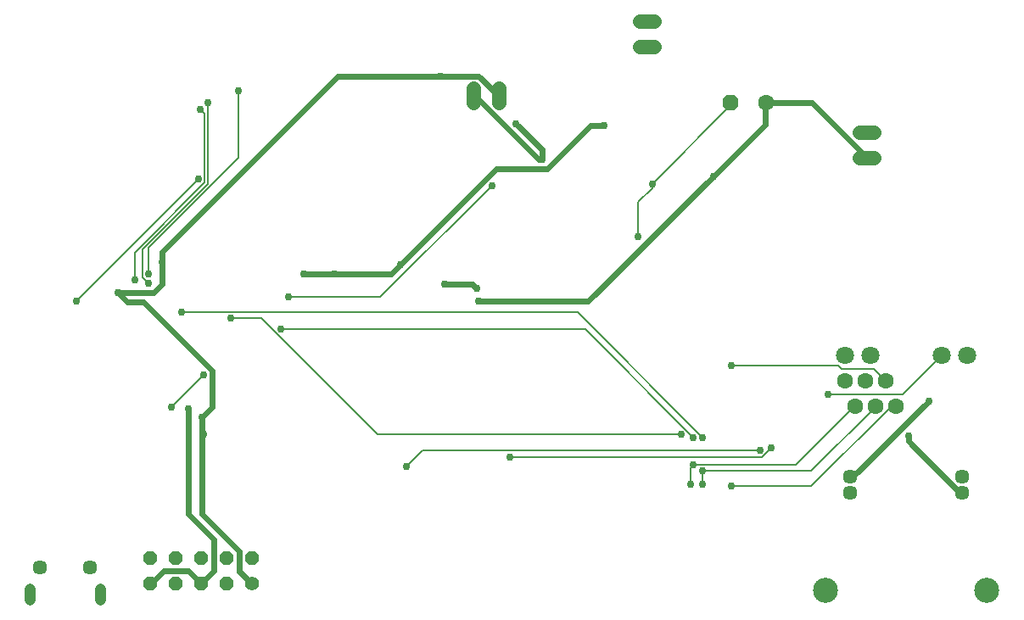
<source format=gbr>
G04 EAGLE Gerber RS-274X export*
G75*
%MOMM*%
%FSLAX34Y34*%
%LPD*%
%INBottom Copper*%
%IPPOS*%
%AMOC8*
5,1,8,0,0,1.08239X$1,22.5*%
G01*
%ADD10P,1.732040X8X202.500000*%
%ADD11C,1.600200*%
%ADD12C,1.422400*%
%ADD13C,1.422400*%
%ADD14P,1.539592X8X202.500000*%
%ADD15C,1.600000*%
%ADD16C,1.450000*%
%ADD17C,1.800000*%
%ADD18C,2.500000*%
%ADD19C,1.108000*%
%ADD20C,0.152400*%
%ADD21C,0.609600*%
%ADD22C,0.756400*%


D10*
X721360Y510540D03*
D11*
X756920Y510540D03*
D12*
X644652Y566420D02*
X630428Y566420D01*
X630428Y591820D02*
X644652Y591820D01*
D13*
X243840Y30480D03*
D14*
X243840Y55880D03*
X218440Y30480D03*
X218440Y55880D03*
X193040Y30480D03*
X193040Y55880D03*
X167640Y30480D03*
X167640Y55880D03*
X142240Y30480D03*
X142240Y55880D03*
D15*
X886370Y208260D03*
X866070Y208260D03*
X845770Y208260D03*
X876220Y233660D03*
X855920Y233660D03*
X835620Y233660D03*
D16*
X952520Y137160D03*
X840720Y137160D03*
X952520Y121760D03*
X840720Y121760D03*
D17*
X957520Y259060D03*
X932120Y259060D03*
X861020Y259060D03*
X835620Y259060D03*
D18*
X977270Y24160D03*
X815970Y24160D03*
D12*
X490220Y511048D02*
X490220Y525272D01*
X464820Y525272D02*
X464820Y511048D01*
X850138Y455676D02*
X864362Y455676D01*
X864362Y481076D02*
X850138Y481076D01*
D16*
X32150Y47320D03*
X82150Y47320D03*
D19*
X22150Y25860D02*
X22150Y14780D01*
X92150Y14780D02*
X92150Y25860D01*
D20*
X633984Y591312D02*
X637032Y591312D01*
X637540Y591820D01*
D21*
X532892Y454406D02*
X529590Y454406D01*
X465836Y518160D01*
D20*
X464820Y518160D01*
D21*
X180340Y43180D02*
X193040Y30480D01*
X180340Y43180D02*
X155956Y43180D01*
X143256Y30480D01*
D20*
X142240Y30480D01*
D22*
X532892Y454406D03*
X180594Y205232D03*
D21*
X205740Y43180D02*
X193040Y30480D01*
X205740Y43180D02*
X205740Y74930D01*
X180594Y100076D01*
X180594Y205232D01*
D22*
X507238Y489966D03*
D21*
X532892Y464312D01*
X532892Y454406D01*
X193548Y179832D02*
X193548Y100584D01*
X193548Y179832D02*
X193548Y196596D01*
X193548Y100584D02*
X231394Y62738D01*
X231394Y42926D01*
X243840Y30480D01*
X195072Y179832D02*
X193548Y179832D01*
X153924Y329692D02*
X153924Y352044D01*
X135636Y311658D02*
X203708Y243586D01*
X203708Y206756D01*
X193548Y196596D01*
X135636Y311658D02*
X119634Y311658D01*
X109728Y321564D01*
X489458Y518160D02*
X490220Y518160D01*
X489458Y518160D02*
X470154Y537464D01*
X431800Y537464D02*
X329438Y537464D01*
X431800Y537464D02*
X470154Y537464D01*
X329438Y537464D02*
X153924Y361950D01*
X153924Y352044D01*
D22*
X193548Y196596D03*
X195072Y179832D03*
X153924Y352044D03*
X109728Y321564D03*
D21*
X145796Y321564D02*
X153924Y329692D01*
X145796Y321564D02*
X109728Y321564D01*
D22*
X431800Y537464D03*
D21*
X756920Y510540D02*
X802386Y510540D01*
X857250Y455676D01*
X579374Y312674D02*
X469392Y312674D01*
X704088Y437388D02*
X755904Y489204D01*
X704088Y437388D02*
X579374Y312674D01*
X755904Y489204D02*
X755904Y510540D01*
X756920Y510540D01*
D22*
X469392Y312674D03*
X704088Y437388D03*
D21*
X919099Y212979D02*
X919226Y212852D01*
X919099Y212979D02*
X843280Y137160D01*
X840720Y137160D01*
D22*
X919226Y212852D03*
D21*
X898652Y178054D02*
X898652Y172720D01*
X949612Y121760D02*
X952520Y121760D01*
X949612Y121760D02*
X898652Y172720D01*
D22*
X898652Y178054D03*
D20*
X628904Y376936D02*
X628904Y411480D01*
X721360Y508254D02*
X721360Y510540D01*
X721360Y508254D02*
X643128Y430022D01*
X643128Y429768D02*
X643128Y425704D01*
X628904Y411480D01*
X643128Y429768D02*
X643128Y430022D01*
D22*
X628904Y376936D03*
X643128Y429768D03*
D21*
X326136Y339852D02*
X295656Y339852D01*
X326136Y339852D02*
X382524Y339852D01*
X391668Y348996D01*
X391668Y349504D02*
X487172Y445008D01*
X391668Y349504D02*
X391668Y348996D01*
X487172Y445008D02*
X537972Y445008D01*
X581152Y488188D01*
D22*
X295656Y339852D03*
X326136Y339852D03*
X391668Y348996D03*
X595122Y488188D03*
D21*
X581152Y488188D01*
D22*
X435610Y329438D03*
X467868Y325882D03*
D21*
X464058Y329438D02*
X435610Y329438D01*
X467614Y325882D02*
X467868Y325882D01*
X467614Y325882D02*
X464058Y329438D01*
D20*
X818388Y219456D02*
X893064Y219456D01*
X931164Y257556D01*
X932120Y259060D01*
D22*
X818388Y219456D03*
D20*
X801624Y143256D02*
X693420Y143256D01*
X801624Y143256D02*
X865632Y207264D01*
X866070Y208260D01*
X693420Y143256D02*
X693420Y129540D01*
D22*
X693420Y143256D03*
X693420Y129540D03*
D20*
X880872Y207264D02*
X885444Y207264D01*
X880872Y207264D02*
X801624Y128016D01*
X722376Y128016D01*
X885444Y207264D02*
X886370Y208260D01*
D22*
X722376Y128016D03*
D20*
X722376Y248412D02*
X829056Y248412D01*
X832104Y245364D01*
X864108Y245364D01*
X874776Y234696D01*
X876220Y233660D01*
D22*
X722376Y248412D03*
D20*
X684276Y149352D02*
X786384Y149352D01*
X844296Y207264D01*
X845770Y208260D01*
X681228Y146304D02*
X681228Y129540D01*
X681228Y146304D02*
X684276Y149352D01*
D22*
X684276Y149352D03*
X681228Y129540D03*
D20*
X750824Y164084D02*
X414020Y164084D01*
X397764Y147828D01*
D22*
X750824Y164084D03*
X397764Y147828D03*
D20*
X752856Y156972D02*
X762000Y166116D01*
X752856Y156972D02*
X501396Y156972D01*
D22*
X762000Y166116D03*
X501396Y156972D03*
D20*
X252984Y295656D02*
X222504Y295656D01*
X252984Y295656D02*
X368808Y179832D01*
X672084Y179832D01*
D22*
X222504Y295656D03*
X672084Y179832D03*
D20*
X576072Y284988D02*
X272796Y284988D01*
X576072Y284988D02*
X684276Y176784D01*
D22*
X272796Y284988D03*
X684276Y176784D03*
D20*
X568452Y301752D02*
X173736Y301752D01*
X568452Y301752D02*
X693420Y176784D01*
D22*
X173736Y301752D03*
X693420Y176784D03*
D20*
X126492Y333756D02*
X126492Y361188D01*
X196596Y431292D01*
X196596Y499872D01*
X192024Y504444D01*
D22*
X126492Y333756D03*
X192024Y504444D03*
D20*
X134112Y336804D02*
X140208Y330708D01*
X134112Y336804D02*
X134112Y364236D01*
X199644Y429768D01*
X199644Y510540D01*
D22*
X140208Y330708D03*
X199644Y510540D03*
D20*
X195072Y239268D02*
X163068Y207264D01*
D22*
X163068Y207264D03*
X195072Y239268D03*
D20*
X280416Y316992D02*
X371856Y316992D01*
X483108Y428244D01*
D22*
X280416Y316992D03*
X483108Y428244D03*
D20*
X140208Y365760D02*
X140208Y339852D01*
X140208Y365760D02*
X230124Y455676D01*
X230124Y522732D01*
D22*
X140208Y339852D03*
X230124Y522732D03*
D20*
X190500Y434340D02*
X68580Y312420D01*
D22*
X68580Y312420D03*
X190500Y434340D03*
M02*

</source>
